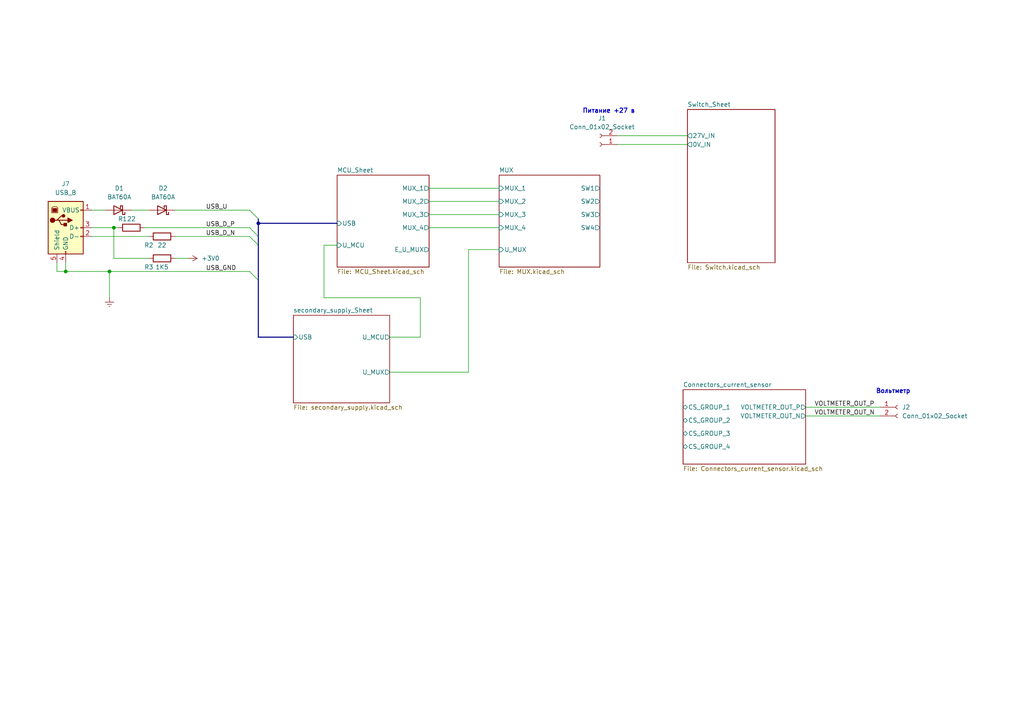
<source format=kicad_sch>
(kicad_sch (version 20230121) (generator eeschema)
  (paper "A4")
  (lib_symbols
    (symbol "Connector:Conn_01x02_Socket" (pin_names (offset 1.016) hide)
      (property "Reference" "J" (at 0 2.54 0))
      (property "Value" "Conn_01x02_Socket" (at 0 -5.08 0))
      (symbol "Conn_01x02_Socket_1_1"
        (arc (start 0 -2.032) (mid -0.5058 -2.54) (end 0 -3.048) (stroke (width 0.1524)))
        (polyline (pts (xy -1.27 -2.54) (xy -0.508 -2.54)) (stroke (width 0.1524)))
        (polyline (pts (xy -1.27 0) (xy -0.508 0)) (stroke (width 0.1524)))
        (arc (start 0 0.508) (mid -0.5058 0) (end 0 -0.508) (stroke (width 0.1524)))
        (pin passive line (at -5.08 0 0) (length 3.81) (name "Pin_1") (number "1"))
        (pin passive line (at -5.08 -2.54 0) (length 3.81) (name "Pin_2") (number "2"))
      )
    )
    (symbol "Connector:USB_B" (pin_names (offset 1.016))
      (property "Reference" "J" (at -5.08 11.43 0))
      (property "Value" "USB_B" (at -5.08 8.89 0))
      (symbol "USB_B_0_1"
        (rectangle (start -5.08 -7.62) (end 5.08 7.62) (stroke (width 0.254)) (fill (type background)))
        (circle (center -3.81 2.159) (radius 0.635) (stroke (width 0.254)) (fill (type outline)))
        (rectangle (start -3.81 5.588) (end -2.54 4.572) (fill (type outline)))
        (circle (center -0.635 3.429) (radius 0.381) (stroke (width 0.254)) (fill (type outline)))
        (rectangle (start -0.127 -7.62) (end 0.127 -6.858))
        (polyline (pts (xy -1.905 2.159) (xy 0.635 2.159)) (stroke (width 0.254)))
        (polyline (pts (xy -3.175 2.159) (xy -2.54 2.159) (xy -1.27 3.429) (xy -0.635 3.429)) (stroke (width 0.254)))
        (polyline (pts (xy -2.54 2.159) (xy -1.905 2.159) (xy -1.27 0.889) (xy 0 0.889)) (stroke (width 0.254)))
        (polyline (pts (xy 0.635 2.794) (xy 0.635 1.524) (xy 1.905 2.159) (xy 0.635 2.794)) (stroke (width 0.254)) (fill (type outline)))
        (polyline (pts (xy -4.064 4.318) (xy -2.286 4.318) (xy -2.286 5.715) (xy -2.667 6.096) (xy -3.683 6.096) (xy -4.064 5.715) (xy -4.064 4.318)))
        (rectangle (start 0.254 1.27) (end -0.508 0.508) (stroke (width 0.254)) (fill (type outline)))
        (rectangle (start 5.08 -2.667) (end 4.318 -2.413))
        (rectangle (start 5.08 -0.127) (end 4.318 0.127))
        (rectangle (start 5.08 4.953) (end 4.318 5.207))
      )
      (symbol "USB_B_1_1"
        (pin power_out line (at 7.62 5.08 180) (length 2.54) (name "VBUS") (number "1"))
        (pin bidirectional line (at 7.62 -2.54 180) (length 2.54) (name "D-") (number "2"))
        (pin bidirectional line (at 7.62 0 180) (length 2.54) (name "D+") (number "3"))
        (pin power_out line (at 0 -10.16 90) (length 2.54) (name "GND") (number "4"))
        (pin passive line (at -2.54 -10.16 90) (length 2.54) (name "Shield") (number "5"))
      )
    )
    (symbol "Device:R" (pin_numbers hide) (pin_names (offset 0))
      (property "Reference" "R" (at 2.032 0 90))
      (property "Value" "R" (at 0 0 90))
      (symbol "R_0_1"
        (rectangle (start -1.016 -2.54) (end 1.016 2.54) (stroke (width 0.254)))
      )
      (symbol "R_1_1"
        (pin passive line (at 0 3.81 270) (length 1.27) (name "~") (number "1"))
        (pin passive line (at 0 -3.81 90) (length 1.27) (name "~") (number "2"))
      )
    )
    (symbol "Diode:BAT60A" (pin_numbers hide) (pin_names (offset 1.016) hide)
      (property "Reference" "D" (at 0 2.54 0))
      (property "Value" "BAT60A" (at 0 -2.54 0))
      (symbol "BAT60A_0_1"
        (polyline (pts (xy 1.27 0) (xy -1.27 0)))
        (polyline (pts (xy 1.27 1.27) (xy 1.27 -1.27) (xy -1.27 0) (xy 1.27 1.27)) (stroke (width 0.254)))
        (polyline (pts (xy -1.905 0.635) (xy -1.905 1.27) (xy -1.27 1.27) (xy -1.27 -1.27) (xy -0.635 -1.27) (xy -0.635 -0.635)) (stroke (width 0.254)))
      )
      (symbol "BAT60A_1_1"
        (pin passive line (at -3.81 0 0) (length 2.54) (name "K") (number "1"))
        (pin passive line (at 3.81 0 180) (length 2.54) (name "A") (number "2"))
      )
    )
    (symbol "power:+3V0" (power) (pin_names (offset 0))
      (property "Value" "+3V0" (at 0 3.556 0))
      (symbol "+3V0_0_1"
        (polyline (pts (xy -0.762 1.27) (xy 0 2.54)))
        (polyline (pts (xy 0 0) (xy 0 2.54)))
        (polyline (pts (xy 0 2.54) (xy 0.762 1.27)))
      )
      (symbol "+3V0_1_1"
        (pin power_in line (at 0 0 90) (length 0) hide (name "+3V0") (number "1"))
      )
    )
    (symbol "power:Earth" (power) (pin_names (offset 0))
      (symbol "Earth_0_1"
        (polyline (pts (xy -0.635 -1.905) (xy 0.635 -1.905)))
        (polyline (pts (xy -0.127 -2.54) (xy 0.127 -2.54)))
        (polyline (pts (xy 0 -1.27) (xy 0 0)))
        (polyline (pts (xy 1.27 -1.27) (xy -1.27 -1.27)))
      )
      (symbol "Earth_1_1"
        (pin power_in line (at 0 0 270) (length 0) hide (name "Earth") (number "1"))
      )
    )
  )
  (junction (at 31.75 78.74))
  (junction (at 19.05 78.74))
  (junction (at 74.93 64.77))
  (junction (at 33.02 66.04))
  (bus_entry (at 72.39 60.96) (size 2.54 2.54))
  (bus_entry (at 72.39 78.74) (size 2.54 2.54))
  (bus_entry (at 72.39 66.04) (size 2.54 2.54))
  (bus_entry (at 72.39 68.58) (size 2.54 2.54))
  (wire (pts (xy 33.02 66.04) (xy 34.29 66.04)))
  (wire (pts (xy 31.75 78.74) (xy 31.75 86.36)))
  (wire (pts (xy 124.46 62.23) (xy 144.78 62.23)))
  (bus (pts (xy 74.93 64.77) (xy 74.93 68.58)))
  (wire (pts (xy 50.8 68.58) (xy 72.39 68.58)))
  (wire (pts (xy 33.02 66.04) (xy 33.02 74.93)))
  (wire (pts (xy 50.8 60.96) (xy 72.39 60.96)))
  (wire (pts (xy 124.46 66.04) (xy 144.78 66.04)))
  (wire (pts (xy 38.1 60.96) (xy 43.18 60.96)))
  (wire (pts (xy 135.89 72.39) (xy 135.89 107.95)))
  (wire (pts (xy 97.79 71.12) (xy 93.98 71.12)))
  (wire (pts (xy 50.8 74.93) (xy 54.61 74.93)))
  (bus (pts (xy 74.93 64.77) (xy 97.79 64.77)))
  (wire (pts (xy 31.75 78.74) (xy 72.39 78.74)))
  (wire (pts (xy 26.67 66.04) (xy 33.02 66.04)))
  (bus (pts (xy 74.93 81.28) (xy 74.93 97.79)))
  (wire (pts (xy 41.91 66.04) (xy 72.39 66.04)))
  (wire (pts (xy 144.78 72.39) (xy 135.89 72.39)))
  (wire (pts (xy 121.92 97.79) (xy 113.03 97.79)))
  (wire (pts (xy 124.46 58.42) (xy 144.78 58.42)))
  (wire (pts (xy 26.67 60.96) (xy 30.48 60.96)))
  (wire (pts (xy 179.07 41.91) (xy 199.39 41.91)))
  (wire (pts (xy 135.89 107.95) (xy 113.03 107.95)))
  (wire (pts (xy 179.07 39.37) (xy 199.39 39.37)))
  (wire (pts (xy 19.05 76.2) (xy 19.05 78.74)))
  (wire (pts (xy 121.92 86.36) (xy 121.92 97.79)))
  (wire (pts (xy 124.46 54.61) (xy 144.78 54.61)))
  (wire (pts (xy 19.05 78.74) (xy 31.75 78.74)))
  (wire (pts (xy 93.98 86.36) (xy 121.92 86.36)))
  (wire (pts (xy 33.02 74.93) (xy 43.18 74.93)))
  (wire (pts (xy 26.67 68.58) (xy 43.18 68.58)))
  (bus (pts (xy 74.93 63.5) (xy 74.93 64.77)))
  (bus (pts (xy 74.93 71.12) (xy 74.93 81.28)))
  (bus (pts (xy 74.93 97.79) (xy 85.09 97.79)))
  (wire (pts (xy 16.51 78.74) (xy 19.05 78.74)))
  (bus (pts (xy 74.93 68.58) (xy 74.93 71.12)))
  (wire (pts (xy 233.68 120.65) (xy 255.27 120.65)))
  (wire (pts (xy 16.51 76.2) (xy 16.51 78.74)))
  (wire (pts (xy 233.68 118.11) (xy 255.27 118.11)))
  (wire (pts (xy 93.98 71.12) (xy 93.98 86.36)))
  (text "Вольтметр" (at 254 114.3 0) (effects (font (size 1.27 1.27) (thickness 0.254) bold) (justify left bottom)))
  (text "Питание +27 в" (at 168.91 33.02 0) (effects (font (size 1.27 1.27) (thickness 0.254) bold) (justify left bottom)))
  (label "USB_U" (at 59.69 60.96 0))
  (label "USB_GND" (at 59.69 78.74 0))
  (label "USB_D_P" (at 59.69 66.04 0))
  (label "VOLTMETER_OUT_P" (at 236.22 118.11 0))
  (label "USB_D_N" (at 59.69 68.58 0))
  (label "VOLTMETER_OUT_N" (at 236.22 120.65 0))
  (symbol (lib_id "Device:R") (at 46.99 68.58 270) (unit 1)
    (property "Reference" "R2" (at 43.18 71.12 90))
    (property "Value" "22" (at 46.99 71.12 90))
    (property "Footprint" "Resistor_SMD:R_1206_3216Metric_Pad1.30x1.75mm_HandSolder" (effects hide))
  )
  (symbol (lib_id "Connector:Conn_01x02_Socket") (at 173.99 41.91 180) (unit 1)
    (property "Reference" "J1" (at 174.625 34.29 0))
    (property "Value" "Conn_01x02_Socket" (at 174.625 36.83 0))
    (property "Footprint" "Connector:JWT_A3963_1x02_P3.96mm_Vertical" (effects hide))
  )
  (symbol (lib_id "Diode:BAT60A") (at 34.29 60.96 180) (unit 1)
    (property "Reference" "D1" (at 34.6075 54.61 0))
    (property "Value" "BAT60A" (at 34.6075 57.15 0))
    (property "Footprint" "Diode_SMD:D_SOD-323" (effects hide))
    (property "Datasheet" "https://www.infineon.com/dgdl/Infineon-BAT60ASERIES-DS-v01_01-en.pdf?fileId=db3a304313d846880113def70c9304a9" (effects hide))
  )
  (symbol (lib_id "power:+3V0") (at 54.61 74.93 270) (unit 1)
    (property "Reference" "#PWR06" (effects hide))
    (property "Value" "+3V0" (at 58.42 74.93 90) (effects (justify left)))
  )
  (symbol (lib_id "Device:R") (at 46.99 74.93 270) (unit 1)
    (property "Reference" "R3" (at 43.18 77.47 90))
    (property "Value" "1K5" (at 46.99 77.47 90))
    (property "Footprint" "Resistor_SMD:R_1206_3216Metric_Pad1.30x1.75mm_HandSolder" (effects hide))
  )
  (symbol (lib_id "Connector:Conn_01x02_Socket") (at 260.35 118.11 0) (unit 1)
    (property "Reference" "J2" (at 261.62 118.11 0) (effects (justify left)))
    (property "Value" "Conn_01x02_Socket" (at 261.62 120.65 0) (effects (justify left)))
    (property "Footprint" "Connector:JWT_A3963_1x02_P3.96mm_Vertical" (effects hide))
  )
  (symbol (lib_id "Connector:USB_B") (at 19.05 66.04 0) (unit 1)
    (property "Reference" "J7" (at 19.05 53.34 0))
    (property "Value" "USB_B" (at 19.05 55.88 0))
    (property "Footprint" "Connector_USB:USB_A_CNCTech_1001-011-01101_Horizontal" (effects hide))
    (property "Datasheet" " ~" (effects hide))
  )
  (symbol (lib_id "Diode:BAT60A") (at 46.99 60.96 180) (unit 1)
    (property "Reference" "D2" (at 47.3075 54.61 0))
    (property "Value" "BAT60A" (at 47.3075 57.15 0))
    (property "Footprint" "Diode_SMD:D_SOD-323" (effects hide))
    (property "Datasheet" "https://www.infineon.com/dgdl/Infineon-BAT60ASERIES-DS-v01_01-en.pdf?fileId=db3a304313d846880113def70c9304a9" (effects hide))
  )
  (symbol (lib_id "power:Earth") (at 31.75 86.36 0) (unit 1)
    (property "Reference" "#PWR05" (effects hide))
    (property "Value" "Earth" (effects hide))
  )
  (symbol (lib_id "Device:R") (at 38.1 66.04 270) (unit 1)
    (property "Reference" "R1" (at 35.56 63.5 90))
    (property "Value" "22" (at 38.1 63.5 90))
    (property "Footprint" "Resistor_SMD:R_1206_3216Metric_Pad1.30x1.75mm_HandSolder" (effects hide))
  )
  (sheet (at 199.39 31.75) (size 25.4 44.45) (stroke (width 0.1524))
    (property "Sheetname" "Switch_Sheet" (at 199.39 31.0384 0) (effects (justify left bottom)))
    (property "Sheetfile" "Switch.kicad_sch" (at 199.39 76.7846 0) (effects (justify left top)))
    (pin "27V_IN" output (at 199.39 39.37 180))
    (pin "0V_IN" output (at 199.39 41.91 180))
  )
  (sheet (at 97.79 50.8) (size 26.67 26.67) (stroke (width 0.1524))
    (property "Sheetname" "MCU_Sheet" (at 97.79 50.0884 0) (effects (justify left bottom)))
    (property "Sheetfile" "MCU_Sheet.kicad_sch" (at 97.79 78.0546 0) (effects (justify left top)))
    (pin "E_U_MUX" output (at 124.46 72.39 0))
    (pin "MUX_2" output (at 124.46 58.42 0))
    (pin "MUX_3" output (at 124.46 62.23 0))
    (pin "MUX_4" output (at 124.46 66.04 0))
    (pin "MUX_1" output (at 124.46 54.61 0))
    (pin "USB" input (at 97.79 64.77 180))
    (pin "U_MCU" input (at 97.79 71.12 180))
  )
  (sheet (at 144.78 50.8) (size 29.21 26.67) (stroke (width 0.1524))
    (property "Sheetname" "MUX" (at 144.78 50.0884 0) (effects (justify left bottom)))
    (property "Sheetfile" "MUX.kicad_sch" (at 144.78 78.0546 0) (effects (justify left top)))
    (pin "MUX_4" input (at 144.78 66.04 180))
    (pin "MUX_2" input (at 144.78 58.42 180))
    (pin "MUX_1" input (at 144.78 54.61 180))
    (pin "MUX_3" input (at 144.78 62.23 180))
    (pin "SW1" output (at 173.99 54.61 0))
    (pin "U_MUX" input (at 144.78 72.39 180))
    (pin "SW2" output (at 173.99 58.42 0))
    (pin "SW3" output (at 173.99 62.23 0))
    (pin "SW4" output (at 173.99 66.04 0))
  )
  (sheet (at 85.09 91.44) (size 27.94 25.4) (stroke (width 0.1524))
    (property "Sheetname" "secondary_supply_Sheet" (at 85.09 90.7284 0) (effects (justify left bottom)))
    (property "Sheetfile" "secondary_supply.kicad_sch" (at 85.09 117.4246 0) (effects (justify left top)))
    (pin "U_MCU" output (at 113.03 97.79 0))
    (pin "U_MUX" output (at 113.03 107.95 0))
    (pin "USB" input (at 85.09 97.79 180))
  )
  (sheet (at 198.12 113.03) (size 35.56 21.59) (stroke (width 0.1524))
    (property "Sheetname" "Connectors_current_sensor" (at 198.12 112.3184 0) (effects (justify left bottom)))
    (property "Sheetfile" "Connectors_current_sensor.kicad_sch" (at 198.12 135.2046 0) (effects (justify left top)))
    (pin "CS_GROUP_4" bidirectional (at 198.12 129.54 180))
    (pin "CS_GROUP_3" bidirectional (at 198.12 125.73 180))
    (pin "CS_GROUP_1" bidirectional (at 198.12 118.11 180))
    (pin "CS_GROUP_2" bidirectional (at 198.12 121.92 180))
    (pin "VOLTMETER_OUT_P" output (at 233.68 118.11 0))
    (pin "VOLTMETER_OUT_N" output (at 233.68 120.65 0))
  )
)
</source>
